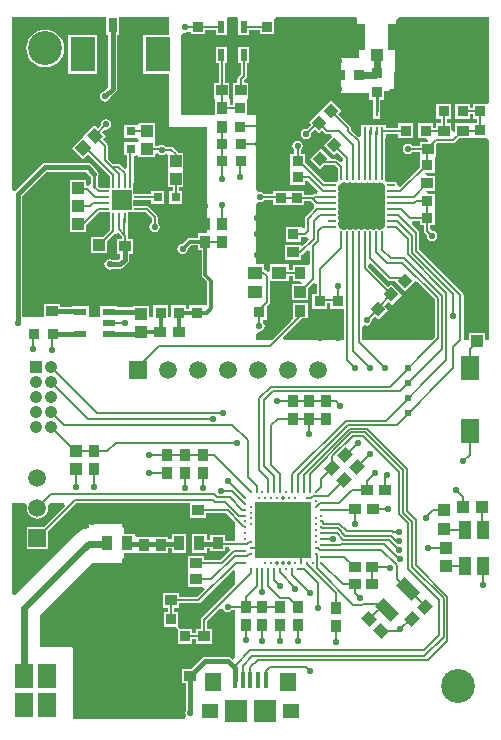
<source format=gtl>
G04 Layer_Physical_Order=1*
G04 Layer_Color=255*
%FSLAX25Y25*%
%MOIN*%
G70*
G01*
G75*
%ADD10R,0.06614X0.06614*%
%ADD11R,0.03347X0.00787*%
%ADD12R,0.00787X0.03347*%
%ADD13R,0.03543X0.03740*%
%ADD14R,0.03937X0.03740*%
%ADD15R,0.03937X0.04134*%
%ADD16R,0.04331X0.02362*%
%ADD17R,0.04134X0.03543*%
%ADD18R,0.03740X0.03543*%
%ADD19C,0.01083*%
%ADD20R,0.19095X0.19095*%
G04:AMPARAMS|DCode=21|XSize=35.43mil|YSize=41.34mil|CornerRadius=0mil|HoleSize=0mil|Usage=FLASHONLY|Rotation=45.000|XOffset=0mil|YOffset=0mil|HoleType=Round|Shape=Rectangle|*
%AMROTATEDRECTD21*
4,1,4,0.00209,-0.02714,-0.02714,0.00209,-0.00209,0.02714,0.02714,-0.00209,0.00209,-0.02714,0.0*
%
%ADD21ROTATEDRECTD21*%

%ADD22R,0.03583X0.03780*%
%ADD23R,0.06063X0.08031*%
%ADD24R,0.03150X0.03150*%
G04:AMPARAMS|DCode=25|XSize=35.43mil|YSize=37.4mil|CornerRadius=0mil|HoleSize=0mil|Usage=FLASHONLY|Rotation=225.000|XOffset=0mil|YOffset=0mil|HoleType=Round|Shape=Rectangle|*
%AMROTATEDRECTD25*
4,1,4,-0.00070,0.02575,0.02575,-0.00070,0.00070,-0.02575,-0.02575,0.00070,-0.00070,0.02575,0.0*
%
%ADD25ROTATEDRECTD25*%

%ADD26R,0.04134X0.03937*%
G04:AMPARAMS|DCode=27|XSize=39.37mil|YSize=41.34mil|CornerRadius=0mil|HoleSize=0mil|Usage=FLASHONLY|Rotation=225.000|XOffset=0mil|YOffset=0mil|HoleType=Round|Shape=Rectangle|*
%AMROTATEDRECTD27*
4,1,4,-0.00070,0.02854,0.02854,-0.00070,0.00070,-0.02854,-0.02854,0.00070,-0.00070,0.02854,0.0*
%
%ADD27ROTATEDRECTD27*%

%ADD28R,0.03150X0.05118*%
%ADD29R,0.08268X0.11811*%
%ADD30R,0.05118X0.04331*%
%ADD31R,0.03661X0.04921*%
%ADD32R,0.03543X0.04134*%
G04:AMPARAMS|DCode=33|XSize=35.43mil|YSize=41.34mil|CornerRadius=0mil|HoleSize=0mil|Usage=FLASHONLY|Rotation=135.000|XOffset=0mil|YOffset=0mil|HoleType=Round|Shape=Rectangle|*
%AMROTATEDRECTD33*
4,1,4,0.02714,0.00209,-0.00209,-0.02714,-0.02714,-0.00209,0.00209,0.02714,0.02714,0.00209,0.0*
%
%ADD33ROTATEDRECTD33*%

G04:AMPARAMS|DCode=34|XSize=39.37mil|YSize=70.87mil|CornerRadius=0mil|HoleSize=0mil|Usage=FLASHONLY|Rotation=45.000|XOffset=0mil|YOffset=0mil|HoleType=Round|Shape=Rectangle|*
%AMROTATEDRECTD34*
4,1,4,0.01114,-0.03897,-0.03897,0.01114,-0.01114,0.03897,0.03897,-0.01114,0.01114,-0.03897,0.0*
%
%ADD34ROTATEDRECTD34*%

%ADD35R,0.03347X0.03740*%
%ADD36R,0.03740X0.03937*%
G04:AMPARAMS|DCode=37|XSize=35.43mil|YSize=37.4mil|CornerRadius=0mil|HoleSize=0mil|Usage=FLASHONLY|Rotation=315.000|XOffset=0mil|YOffset=0mil|HoleType=Round|Shape=Rectangle|*
%AMROTATEDRECTD37*
4,1,4,-0.02575,-0.00070,0.00070,0.02575,0.02575,0.00070,-0.00070,-0.02575,-0.02575,-0.00070,0.0*
%
%ADD37ROTATEDRECTD37*%

%ADD38R,0.02362X0.04331*%
%ADD39R,0.03937X0.03937*%
%ADD40R,0.04134X0.08661*%
%ADD41O,0.00787X0.03150*%
%ADD42O,0.03150X0.00787*%
%ADD43R,0.13386X0.13583*%
%ADD44R,0.03150X0.03150*%
%ADD45R,0.07480X0.07480*%
%ADD46R,0.05709X0.05118*%
%ADD47R,0.05512X0.06299*%
%ADD48R,0.01575X0.05315*%
%ADD49R,0.00984X0.03150*%
%ADD50R,0.03150X0.01181*%
%ADD51R,0.04331X0.05905*%
%ADD52R,0.06299X0.07874*%
%ADD53R,0.03937X0.03937*%
%ADD54C,0.00800*%
%ADD55C,0.01200*%
%ADD56C,0.01600*%
%ADD57C,0.02284*%
%ADD58C,0.01640*%
%ADD59C,0.00900*%
%ADD60C,0.01000*%
%ADD61C,0.02284*%
%ADD62C,0.05905*%
%ADD63R,0.05905X0.05905*%
%ADD64R,0.05905X0.05905*%
%ADD65C,0.04200*%
%ADD66R,0.04200X0.04200*%
%ADD67C,0.01968*%
%ADD68C,0.02200*%
%ADD69C,0.02400*%
%ADD70C,0.11300*%
%ADD71C,0.01400*%
G36*
X135829Y156929D02*
X136160Y156708D01*
X136550Y156630D01*
X138163D01*
X141540Y153253D01*
X144894Y156607D01*
X145742Y156240D01*
X151480Y150502D01*
Y137922D01*
X150558Y137000D01*
X127085D01*
Y141279D01*
X128022Y141841D01*
X128085Y141838D01*
X128697Y141716D01*
X129361Y141848D01*
X129923Y142224D01*
X130299Y142786D01*
X130431Y143450D01*
X130382Y143693D01*
X131491Y144802D01*
X132540Y143753D01*
X135894Y147107D01*
X134618Y148383D01*
X136014Y149779D01*
X137040Y148753D01*
X140394Y152107D01*
X136901Y155600D01*
X135945Y154644D01*
X129223Y161366D01*
X129310Y162086D01*
X130295Y162463D01*
X135829Y156929D01*
D02*
G37*
G36*
X97678Y181830D02*
X102422D01*
Y181830D01*
X103178D01*
Y181830D01*
X107922D01*
Y183280D01*
X109947D01*
X111035Y182192D01*
X111294Y181827D01*
X111084Y180864D01*
X108329Y178108D01*
X108108Y177777D01*
X108030Y177387D01*
Y174340D01*
X107819Y174179D01*
X106819Y174522D01*
Y174522D01*
X101879D01*
Y169778D01*
X106819D01*
Y171130D01*
X108050D01*
X108440Y171208D01*
X109367Y170657D01*
X109408Y170450D01*
X107341Y168383D01*
X106768Y168620D01*
Y168620D01*
X101631D01*
Y163680D01*
X106768D01*
Y165174D01*
X106940Y165208D01*
X107271Y165429D01*
X108776Y166934D01*
X109700Y166551D01*
Y162586D01*
X109020Y161868D01*
X104080D01*
Y160418D01*
X102843D01*
Y162163D01*
X96525D01*
Y160031D01*
X95525Y159617D01*
X95023Y160119D01*
X94692Y160340D01*
X94575Y160363D01*
Y162163D01*
X92000D01*
Y182196D01*
X93000Y182927D01*
X93050Y182917D01*
X93713Y183049D01*
X94276Y183424D01*
X94413Y183630D01*
X97678D01*
Y181830D01*
D02*
G37*
G36*
X104080Y156731D02*
X106505D01*
X107040Y155731D01*
X106931Y155569D01*
X103981D01*
Y150432D01*
X109118D01*
Y154127D01*
X111030Y156038D01*
X112030Y155624D01*
Y152270D01*
X110678D01*
Y147329D01*
X115422D01*
Y149130D01*
X116678D01*
Y147329D01*
X121109D01*
Y137000D01*
X101249D01*
X100866Y137924D01*
X107074Y144132D01*
X109020D01*
Y149269D01*
X104080D01*
Y144132D01*
X104080Y144132D01*
X104080D01*
X103477Y143419D01*
X97058Y137000D01*
X92000D01*
Y139013D01*
X93000Y139767D01*
X93663Y139899D01*
X94226Y140274D01*
X94601Y140837D01*
X94733Y141500D01*
X94601Y142163D01*
X94226Y142726D01*
X94177Y142758D01*
X94258Y143758D01*
X95391D01*
Y148014D01*
X96271Y148894D01*
X96492Y149224D01*
X96570Y149615D01*
Y156633D01*
X102843D01*
Y158378D01*
X104080D01*
Y156731D01*
D02*
G37*
G36*
X85000Y59899D02*
Y55589D01*
X73876Y44465D01*
X73655Y44135D01*
X73578Y43745D01*
Y40522D01*
X71930D01*
Y39189D01*
X70414D01*
Y40640D01*
X66445D01*
X65886Y41408D01*
X65886Y41632D01*
Y46349D01*
X64633D01*
Y47778D01*
X66170D01*
Y49130D01*
X72503D01*
X72893Y49208D01*
X73224Y49429D01*
X84076Y60281D01*
X85000Y59899D01*
D02*
G37*
G36*
X69836Y77778D02*
X75170D01*
Y79130D01*
X82017D01*
X85000Y76148D01*
Y69950D01*
X81422D01*
Y71864D01*
X76678D01*
Y70425D01*
X75366D01*
Y72211D01*
X70505D01*
Y66089D01*
X75366D01*
Y67529D01*
X76678D01*
Y66530D01*
X81422D01*
Y67910D01*
X82927D01*
X83341Y66910D01*
X80101Y63670D01*
X74670D01*
Y65022D01*
X69336D01*
Y60278D01*
X69336D01*
X69336Y59522D01*
X69336D01*
Y54778D01*
X74275D01*
X74703Y53792D01*
X72080Y51170D01*
X66170D01*
Y52522D01*
X60836D01*
Y47778D01*
X62593D01*
Y46349D01*
X61340D01*
Y41408D01*
X65308D01*
X65867Y40640D01*
X65867Y40416D01*
Y35700D01*
X70414D01*
Y37150D01*
X71930D01*
Y35778D01*
X77264D01*
Y40522D01*
X75617D01*
Y43322D01*
X79739Y47444D01*
X80126Y47413D01*
X80893Y47184D01*
X81151Y46798D01*
X81713Y46423D01*
X82377Y46291D01*
X83040Y46423D01*
X83602Y46798D01*
X83740Y47004D01*
X85000D01*
Y30815D01*
X84000Y30401D01*
X83391Y31009D01*
X82928Y31319D01*
X82382Y31427D01*
X82382Y31427D01*
X74953D01*
X74953Y31427D01*
X74406Y31319D01*
X73943Y31009D01*
X73943Y31009D01*
X70306Y27372D01*
X67286D01*
Y22628D01*
X68525D01*
Y13353D01*
X68399Y13163D01*
X68267Y12500D01*
X68399Y11837D01*
X68624Y11500D01*
X68347Y10717D01*
X68181Y10500D01*
X30870D01*
Y34000D01*
X30680Y34459D01*
X30221Y34649D01*
X19686D01*
Y45352D01*
X37024Y62689D01*
X47995D01*
Y66089D01*
X51367D01*
Y66089D01*
X52178Y66030D01*
Y66030D01*
X52342Y66030D01*
X56922D01*
Y66030D01*
X57678D01*
Y66030D01*
X62422D01*
Y67576D01*
X63734D01*
Y66089D01*
X68595D01*
Y72211D01*
X63734D01*
Y70472D01*
X62422D01*
Y71364D01*
X57678D01*
Y71364D01*
X56922D01*
Y71364D01*
X52178D01*
X51367Y71819D01*
Y72211D01*
X47995D01*
Y75611D01*
X36334D01*
Y74210D01*
X36024D01*
X34682Y74034D01*
X33431Y73515D01*
X32357Y72691D01*
X30833Y71167D01*
X30831Y71166D01*
X11500Y51834D01*
X10500Y52249D01*
Y82500D01*
X14802D01*
X15482Y81500D01*
X15417Y81000D01*
X15539Y80073D01*
X15897Y79208D01*
X16466Y78466D01*
X17208Y77897D01*
X18073Y77539D01*
X19000Y77417D01*
X19927Y77539D01*
X20792Y77897D01*
X21534Y78466D01*
X22103Y79208D01*
X22461Y80073D01*
X22583Y81000D01*
X22518Y81500D01*
X23198Y82500D01*
X27751D01*
X28134Y81576D01*
X21111Y74553D01*
X15447D01*
Y67447D01*
X22553D01*
Y73111D01*
X31942Y82500D01*
X69836D01*
Y77778D01*
D02*
G37*
G36*
X133552Y189375D02*
X133908Y189304D01*
X133953Y189285D01*
X134685Y188553D01*
X134704Y188508D01*
X134775Y188152D01*
X134995Y187823D01*
Y187288D01*
X134775Y186959D01*
X134698Y186571D01*
X134775Y186184D01*
X134995Y185855D01*
Y185319D01*
X134775Y184991D01*
X134698Y184603D01*
X134775Y184215D01*
X134995Y183886D01*
Y183351D01*
X134775Y183022D01*
X134698Y182634D01*
X134775Y182246D01*
X134995Y181918D01*
Y181382D01*
X134775Y181053D01*
X134698Y180666D01*
X134775Y180278D01*
X134995Y179949D01*
Y179414D01*
X134775Y179085D01*
X134698Y178697D01*
X134775Y178310D01*
X134995Y177981D01*
Y177445D01*
X134775Y177117D01*
X134698Y176729D01*
X134775Y176341D01*
X134995Y176012D01*
Y175477D01*
X134775Y175148D01*
X134704Y174792D01*
X134685Y174747D01*
X133953Y174015D01*
X133908Y173995D01*
X133552Y173925D01*
X133223Y173705D01*
X132688D01*
X132359Y173925D01*
X131971Y174002D01*
X131583Y173925D01*
X131255Y173705D01*
X130719D01*
X130391Y173925D01*
X130003Y174002D01*
X129615Y173925D01*
X129286Y173705D01*
X128751D01*
X128422Y173925D01*
X128034Y174002D01*
X127647Y173925D01*
X127318Y173705D01*
X126782D01*
X126453Y173925D01*
X126066Y174002D01*
X125678Y173925D01*
X125349Y173705D01*
X124814D01*
X124485Y173925D01*
X124097Y174002D01*
X123709Y173925D01*
X123381Y173705D01*
X122845D01*
X122517Y173925D01*
X122129Y174002D01*
X121741Y173925D01*
X121412Y173705D01*
X120877D01*
X120548Y173925D01*
X120192Y173995D01*
X120147Y174015D01*
X119415Y174747D01*
X119395Y174792D01*
X119325Y175148D01*
X119105Y175477D01*
Y176012D01*
X119325Y176341D01*
X119402Y176729D01*
X119325Y177117D01*
X119105Y177445D01*
Y177981D01*
X119325Y178310D01*
X119402Y178697D01*
X119325Y179085D01*
X119105Y179414D01*
Y179949D01*
X119325Y180278D01*
X119402Y180666D01*
X119325Y181053D01*
X119105Y181382D01*
Y181918D01*
X119325Y182246D01*
X119402Y182634D01*
X119325Y183022D01*
X119105Y183351D01*
Y183886D01*
X119325Y184215D01*
X119402Y184603D01*
X119325Y184991D01*
X119105Y185319D01*
Y185855D01*
X119325Y186184D01*
X119402Y186571D01*
X119325Y186959D01*
X119105Y187288D01*
Y187823D01*
X119325Y188152D01*
X119395Y188508D01*
X119415Y188553D01*
X120147Y189285D01*
X120192Y189304D01*
X120548Y189375D01*
X120877Y189595D01*
X121412D01*
X121741Y189375D01*
X122129Y189298D01*
X122517Y189375D01*
X122845Y189595D01*
X123381D01*
X123709Y189375D01*
X124097Y189298D01*
X124485Y189375D01*
X124814Y189595D01*
X125349D01*
X125678Y189375D01*
X126066Y189298D01*
X126453Y189375D01*
X126782Y189595D01*
X127318D01*
X127647Y189375D01*
X128034Y189298D01*
X128422Y189375D01*
X128751Y189595D01*
X129286D01*
X129615Y189375D01*
X130003Y189298D01*
X130391Y189375D01*
X130719Y189595D01*
X131255D01*
X131583Y189375D01*
X131971Y189298D01*
X132359Y189375D01*
X132688Y189595D01*
X133223D01*
X133552Y189375D01*
D02*
G37*
G36*
X63000Y238655D02*
X54316D01*
Y225644D01*
X63000D01*
Y208000D01*
X75500D01*
Y172450D01*
X72593D01*
Y171007D01*
X69769D01*
X69301Y170913D01*
X68904Y170648D01*
X67360Y169105D01*
X67358Y169105D01*
X66694Y168973D01*
X66132Y168597D01*
X65756Y168035D01*
X65624Y167372D01*
X65756Y166709D01*
X66132Y166146D01*
X66694Y165770D01*
X67358Y165638D01*
X68021Y165770D01*
X68583Y166146D01*
X68959Y166709D01*
X69091Y167372D01*
X69090Y167374D01*
X70276Y168560D01*
X72593D01*
Y167116D01*
X73741D01*
Y158736D01*
X73834Y158268D01*
X74099Y157871D01*
X75500Y156470D01*
Y148802D01*
X75331Y148689D01*
X74422Y148470D01*
Y148470D01*
X69678D01*
Y147224D01*
X68422D01*
Y148470D01*
X63678D01*
Y144500D01*
X62422D01*
Y148470D01*
X57678D01*
Y144500D01*
X56119D01*
Y148368D01*
X50981D01*
Y147818D01*
X45540D01*
Y148171D01*
X40009D01*
Y144609D01*
X39054Y144500D01*
X37046D01*
X36091Y144609D01*
Y148171D01*
X30560D01*
Y147927D01*
X26620D01*
Y148872D01*
X21286D01*
Y144500D01*
X13927D01*
Y185009D01*
X21991Y193073D01*
X35109D01*
X36878Y191303D01*
Y188977D01*
X35967Y188410D01*
X35478Y188625D01*
X35268Y188849D01*
Y190218D01*
X29934D01*
Y185082D01*
X29934D01*
Y184219D01*
X29934D01*
Y179081D01*
X29934D01*
X29935Y179070D01*
X29985Y178103D01*
Y172979D01*
X35319D01*
Y175375D01*
X39520Y179575D01*
X41282D01*
X41412Y179601D01*
X43104D01*
Y177910D01*
X43078Y177780D01*
Y173568D01*
X40728Y171219D01*
X36934D01*
Y166082D01*
X42268D01*
Y169875D01*
X44818Y172425D01*
X45815Y172626D01*
X46026Y172590D01*
X47078Y171539D01*
Y170522D01*
X45430D01*
Y165778D01*
X46670D01*
Y164288D01*
X45959Y163577D01*
X43974D01*
X43713Y163751D01*
X43050Y163883D01*
X42387Y163751D01*
X41824Y163376D01*
X41449Y162813D01*
X41317Y162150D01*
X41449Y161487D01*
X41824Y160924D01*
X42387Y160549D01*
X43050Y160417D01*
X43713Y160549D01*
X43974Y160723D01*
X46550D01*
X46550Y160723D01*
X47096Y160831D01*
X47559Y161141D01*
X49107Y162688D01*
X49107Y162688D01*
X49416Y163151D01*
X49525Y163697D01*
X49525Y163697D01*
Y165778D01*
X50764D01*
Y170522D01*
X49117D01*
Y171961D01*
X49039Y172351D01*
X49030Y172365D01*
X49030Y177756D01*
X49028Y177768D01*
Y179641D01*
X50545D01*
Y179601D01*
X52688D01*
X52818Y179575D01*
X54983D01*
X57030Y177528D01*
Y176013D01*
X56824Y175876D01*
X56449Y175313D01*
X56317Y174650D01*
X56449Y173987D01*
X56824Y173424D01*
X57387Y173049D01*
X58050Y172917D01*
X58713Y173049D01*
X59276Y173424D01*
X59651Y173987D01*
X59783Y174650D01*
X59651Y175313D01*
X59276Y175876D01*
X59070Y176013D01*
Y177950D01*
X58992Y178340D01*
X58771Y178671D01*
X56126Y181316D01*
X55795Y181537D01*
X55405Y181614D01*
X52818D01*
X52688Y181589D01*
X50957D01*
Y183538D01*
X52688D01*
X52818Y183512D01*
X56970Y183512D01*
Y182373D01*
X61319D01*
Y186722D01*
X56970D01*
Y185552D01*
X52818Y185552D01*
X52688Y185526D01*
X50957D01*
Y187042D01*
X50996D01*
Y189185D01*
X51022Y189315D01*
Y198369D01*
X52022Y198467D01*
X52225Y198467D01*
X52982Y197880D01*
Y197829D01*
X58118D01*
Y198843D01*
X59118Y199146D01*
X59151Y199098D01*
X59714Y198722D01*
X60377Y198590D01*
X61040Y198722D01*
X61481Y199017D01*
X62000Y198879D01*
X62481Y198613D01*
Y194266D01*
X62481Y194034D01*
Y193266D01*
X62481Y193034D01*
Y187932D01*
X64030D01*
Y186722D01*
X62875D01*
Y182373D01*
X67225D01*
Y186722D01*
X66070D01*
Y187932D01*
X67619D01*
Y193034D01*
X67619Y193266D01*
Y194034D01*
X67619Y194266D01*
Y199368D01*
X65973D01*
X65771Y199671D01*
X64398Y201044D01*
X64067Y201265D01*
X63677Y201343D01*
X61740D01*
X61602Y201549D01*
X61040Y201925D01*
X60377Y202057D01*
X59714Y201925D01*
X59151Y201549D01*
X59129Y201516D01*
X58118D01*
Y202932D01*
X58118Y203163D01*
Y203932D01*
X58118Y204163D01*
Y209266D01*
X52982D01*
Y209266D01*
X52225Y208722D01*
X47875D01*
Y204373D01*
X51825D01*
X52695Y203568D01*
X52678Y203041D01*
X52125Y202817D01*
X51982Y202817D01*
X47875D01*
Y198467D01*
X48983D01*
Y194439D01*
X47983Y194025D01*
X46740Y195269D01*
X46409Y195490D01*
X46018Y195567D01*
X44235D01*
X42570Y197233D01*
Y201650D01*
X42492Y202040D01*
X42271Y202371D01*
X40745Y203897D01*
X41701Y204853D01*
X40525Y206029D01*
X41634Y207138D01*
X41877Y207090D01*
X42540Y207222D01*
X43102Y207598D01*
X43478Y208160D01*
X43610Y208823D01*
X43478Y209487D01*
X43102Y210049D01*
X42540Y210425D01*
X41877Y210557D01*
X41214Y210425D01*
X40651Y210049D01*
X40275Y209487D01*
X40143Y208823D01*
X40192Y208580D01*
X39083Y207471D01*
X37929Y208625D01*
X34575Y205271D01*
Y205271D01*
X34138Y204695D01*
X30505Y201062D01*
X34277Y197291D01*
X35821Y198835D01*
X43078Y191578D01*
Y189315D01*
X43104Y189185D01*
Y187494D01*
X41412D01*
X41282Y187520D01*
X39922D01*
X39122Y188320D01*
Y191359D01*
X39319Y191654D01*
X39427Y192200D01*
X39319Y192746D01*
X39009Y193209D01*
X36709Y195509D01*
X36246Y195819D01*
X35700Y195927D01*
X35700Y195927D01*
X21400D01*
X21400Y195927D01*
X20854Y195819D01*
X20391Y195509D01*
X20391Y195509D01*
X11500Y186619D01*
X11460Y186619D01*
X10500Y186927D01*
Y244500D01*
X41915D01*
Y238637D01*
X42662D01*
Y221281D01*
X41194Y219812D01*
X40887Y219751D01*
X40324Y219376D01*
X39949Y218813D01*
X39817Y218150D01*
X39949Y217487D01*
X40324Y216924D01*
X40887Y216549D01*
X41550Y216417D01*
X42213Y216549D01*
X42776Y216924D01*
X43151Y217487D01*
X43212Y217794D01*
X45099Y219680D01*
X45099Y219680D01*
X45408Y220143D01*
X45517Y220689D01*
X45517Y220689D01*
Y238637D01*
X46264D01*
Y244500D01*
X63000D01*
Y238655D01*
D02*
G37*
G36*
X169500Y216381D02*
X168922Y215620D01*
X164178D01*
Y214170D01*
X163170D01*
Y215522D01*
X158229D01*
Y210778D01*
X163170D01*
Y212130D01*
X164178D01*
Y210680D01*
X165530D01*
Y209270D01*
X164206D01*
X164178Y209270D01*
X164178Y209270D01*
X163268Y209120D01*
Y209120D01*
X158131D01*
Y206376D01*
X157969Y206268D01*
X156969Y206803D01*
Y209120D01*
X155420D01*
Y210778D01*
X156870D01*
Y215522D01*
X151930D01*
Y210778D01*
X153381D01*
Y209120D01*
X151832D01*
Y207670D01*
X150768D01*
Y209140D01*
X145985D01*
Y204160D01*
X148502D01*
X149036Y203160D01*
X148944Y203022D01*
X146430D01*
Y201670D01*
X143913D01*
X143776Y201876D01*
X143213Y202251D01*
X142550Y202383D01*
X141887Y202251D01*
X141324Y201876D01*
X140949Y201313D01*
X140817Y200650D01*
X140949Y199987D01*
X141324Y199424D01*
X141887Y199049D01*
X142550Y198917D01*
X143213Y199049D01*
X143776Y199424D01*
X143913Y199630D01*
X146430D01*
Y198278D01*
X146430D01*
X146430Y197522D01*
X146430D01*
Y194472D01*
X140009Y188051D01*
X139087Y188540D01*
X139010Y188927D01*
X138790Y189256D01*
X138461Y189476D01*
X138074Y189553D01*
X135744D01*
X135708Y189568D01*
X135684Y189580D01*
X134980Y190284D01*
X134968Y190308D01*
X134953Y190344D01*
Y191460D01*
X134959Y191492D01*
Y204326D01*
X135095D01*
Y205481D01*
X139332D01*
Y204160D01*
X144115D01*
Y209140D01*
X139332D01*
Y207520D01*
X135095D01*
Y208675D01*
X127005D01*
Y205051D01*
X126005Y204637D01*
X123570Y207072D01*
Y207650D01*
X123492Y208040D01*
X123271Y208371D01*
X119245Y212397D01*
X120201Y213353D01*
X116708Y216846D01*
X113415Y213554D01*
X113354Y213492D01*
X112707Y212846D01*
X112707Y212846D01*
X109353Y209492D01*
X110152Y208694D01*
X108793Y207335D01*
X108550Y207383D01*
X107887Y207251D01*
X107324Y206876D01*
X106949Y206313D01*
X106817Y205650D01*
X106949Y204987D01*
X107324Y204424D01*
X107887Y204049D01*
X108550Y203917D01*
X109213Y204049D01*
X109776Y204424D01*
X110151Y204987D01*
X110283Y205650D01*
X110235Y205893D01*
X111594Y207252D01*
X112847Y205999D01*
X113803Y206955D01*
X114829Y205929D01*
X115160Y205708D01*
X115550Y205630D01*
X116762D01*
X117176Y204630D01*
X114354Y201807D01*
X117708Y198453D01*
X118756Y199502D01*
X120887Y197371D01*
X120807Y196749D01*
X119773Y196369D01*
X119271Y196871D01*
X118940Y197092D01*
X118550Y197170D01*
X116880D01*
X116746Y197493D01*
Y197493D01*
X113392Y200847D01*
X109899Y197353D01*
X113253Y193999D01*
X114419Y195166D01*
X114596Y195130D01*
X118128D01*
X119141Y194117D01*
Y191492D01*
X119147Y191460D01*
Y190344D01*
X119132Y190308D01*
X119120Y190284D01*
X118416Y189580D01*
X118392Y189568D01*
X118356Y189553D01*
X117240D01*
X117208Y189559D01*
X114767D01*
X108170Y196156D01*
Y199022D01*
X106719D01*
Y200287D01*
X106925Y200424D01*
X107301Y200987D01*
X107433Y201650D01*
X107301Y202313D01*
X106925Y202876D01*
X106363Y203251D01*
X105700Y203383D01*
X105036Y203251D01*
X104474Y202876D01*
X104098Y202313D01*
X103966Y201650D01*
X104098Y200987D01*
X104474Y200424D01*
X104680Y200287D01*
Y199022D01*
X103229D01*
Y194522D01*
X103229Y194278D01*
X103229D01*
Y193522D01*
X103229D01*
Y188778D01*
X108170D01*
Y189839D01*
X109170Y190010D01*
X112557Y186622D01*
X112143Y185622D01*
X111353D01*
X110963Y185545D01*
X110632Y185324D01*
X110628Y185319D01*
X107922D01*
Y186770D01*
X103178D01*
Y186770D01*
X102422D01*
Y186770D01*
X97678D01*
Y185670D01*
X94413D01*
X94276Y185876D01*
X93713Y186251D01*
X93050Y186383D01*
X93000Y186373D01*
X92000Y187104D01*
Y212000D01*
X88922D01*
Y216680D01*
X88922Y216770D01*
X89138Y217680D01*
X89268D01*
Y222620D01*
X88305D01*
X87962Y223620D01*
X88511Y224169D01*
X88732Y224500D01*
X88810Y224890D01*
Y229160D01*
X89571D01*
Y234691D01*
X86009D01*
Y229160D01*
X86771D01*
Y225312D01*
X85979Y224521D01*
X85758Y224190D01*
X85680Y223800D01*
Y222620D01*
X84131D01*
Y217750D01*
X84131Y217680D01*
X84178Y216700D01*
Y215319D01*
X83020D01*
Y216701D01*
X83020Y216868D01*
X83020D01*
X82969Y217680D01*
X82969D01*
Y222620D01*
X81420D01*
Y229160D01*
X82091D01*
Y234691D01*
X78529D01*
Y229160D01*
X79381D01*
Y222620D01*
X77832D01*
Y217765D01*
X77832Y217680D01*
X77832D01*
X78080Y216868D01*
X78080Y216868D01*
Y212000D01*
X67000D01*
Y238696D01*
X68000Y239427D01*
X68050Y239417D01*
X68713Y239549D01*
X69178Y239859D01*
X69631Y239748D01*
X70178Y239475D01*
Y238829D01*
X74922D01*
Y240355D01*
X78529Y240355D01*
Y238609D01*
X82091D01*
Y244140D01*
X82942Y244500D01*
X85158D01*
X86009Y244140D01*
X86009Y243500D01*
Y238609D01*
X89571D01*
Y240355D01*
X93178D01*
Y238829D01*
X97922D01*
Y243500D01*
X97922Y243770D01*
X98573Y244500D01*
X125337D01*
X125398Y244409D01*
X125398Y234991D01*
X125398Y234909D01*
X125398Y234909D01*
X125588Y234450D01*
X126047Y234260D01*
X126047Y234260D01*
X126085Y234221D01*
Y230922D01*
X120329D01*
Y219378D01*
X129678D01*
Y217030D01*
X130964D01*
Y214974D01*
X130942D01*
Y210625D01*
X133126D01*
Y214974D01*
X133105D01*
Y217030D01*
X134422D01*
Y219930D01*
X137822D01*
Y226126D01*
X138022D01*
Y234280D01*
X138432Y234450D01*
X138622Y234909D01*
X138622Y243500D01*
X139584Y244500D01*
X169500D01*
Y216381D01*
D02*
G37*
G36*
X168922Y204329D02*
X169500Y203569D01*
Y137000D01*
X168119D01*
Y139266D01*
X162981D01*
Y137000D01*
X161020D01*
Y151960D01*
X160942Y152350D01*
X160721Y152681D01*
X146320Y167082D01*
Y172577D01*
X146242Y172967D01*
X146021Y173298D01*
X143689Y175630D01*
X144103Y176630D01*
X146430D01*
Y175278D01*
X147881D01*
Y173300D01*
X147958Y172909D01*
X148179Y172579D01*
X148865Y171893D01*
X148817Y171650D01*
X148949Y170987D01*
X149324Y170424D01*
X149887Y170049D01*
X150550Y169917D01*
X151213Y170049D01*
X151776Y170424D01*
X152151Y170987D01*
X152283Y171650D01*
X152151Y172313D01*
X151776Y172876D01*
X151213Y173251D01*
X150550Y173383D01*
X149920Y174188D01*
Y175278D01*
X151371D01*
Y180022D01*
X151371D01*
Y180778D01*
X151371D01*
Y185522D01*
X149052D01*
X148517Y186522D01*
X148623Y186680D01*
X151469D01*
Y191620D01*
X148800D01*
X148266Y192620D01*
X148371Y192778D01*
X151371D01*
Y197522D01*
X151764Y198278D01*
X151764D01*
Y202072D01*
X152173Y202480D01*
X157550D01*
X157940Y202558D01*
X158271Y202779D01*
X159671Y204180D01*
X163240D01*
X163268Y204180D01*
X163268Y204180D01*
X164178Y204329D01*
Y204329D01*
X168922D01*
D02*
G37*
%LPC*%
G36*
X21550Y240430D02*
X20325Y240310D01*
X19147Y239952D01*
X18061Y239372D01*
X17109Y238591D01*
X16328Y237639D01*
X15748Y236553D01*
X15390Y235375D01*
X15270Y234150D01*
X15390Y232925D01*
X15748Y231747D01*
X16328Y230661D01*
X17109Y229709D01*
X18061Y228928D01*
X19147Y228348D01*
X20325Y227990D01*
X21550Y227870D01*
X22775Y227990D01*
X23953Y228348D01*
X25039Y228928D01*
X25991Y229709D01*
X26772Y230661D01*
X27352Y231747D01*
X27710Y232925D01*
X27830Y234150D01*
X27710Y235375D01*
X27352Y236553D01*
X26772Y237639D01*
X25991Y238591D01*
X25039Y239372D01*
X23953Y239952D01*
X22775Y240310D01*
X21550Y240430D01*
D02*
G37*
G36*
X38784Y238655D02*
X29316D01*
Y225644D01*
X38784D01*
Y238655D01*
D02*
G37*
%LPD*%
D10*
X47050Y183548D02*
D03*
D11*
X41282Y180595D02*
D03*
Y182563D02*
D03*
Y184532D02*
D03*
Y186500D02*
D03*
X52818D02*
D03*
Y184532D02*
D03*
Y182563D02*
D03*
Y180595D02*
D03*
D12*
X44097Y189315D02*
D03*
X46066D02*
D03*
X48034D02*
D03*
X50003D02*
D03*
Y177780D02*
D03*
X48034D02*
D03*
X46066D02*
D03*
X44097D02*
D03*
D13*
X95550Y235000D02*
D03*
Y241300D02*
D03*
X72050Y146000D02*
D03*
Y152300D02*
D03*
X66050Y146000D02*
D03*
Y152300D02*
D03*
X60050Y146000D02*
D03*
Y152300D02*
D03*
X132050Y225800D02*
D03*
Y219500D02*
D03*
X86550Y214300D02*
D03*
Y208000D02*
D03*
X166550Y213150D02*
D03*
X166550Y219449D02*
D03*
X166550Y206800D02*
D03*
Y200500D02*
D03*
X105550Y178000D02*
D03*
Y184300D02*
D03*
X100050Y178000D02*
D03*
Y184300D02*
D03*
X119050Y149800D02*
D03*
Y143500D02*
D03*
X113050Y149800D02*
D03*
Y143500D02*
D03*
X72550Y241300D02*
D03*
Y235000D02*
D03*
D14*
X59900Y139650D02*
D03*
X66200D02*
D03*
X80400Y220150D02*
D03*
X86700D02*
D03*
X154400Y206650D02*
D03*
X160700D02*
D03*
X148900Y189150D02*
D03*
X155200D02*
D03*
X104200Y166150D02*
D03*
X97900D02*
D03*
D15*
X53550Y145701D02*
D03*
Y139599D02*
D03*
X55550Y206599D02*
D03*
Y200497D02*
D03*
X65050Y190599D02*
D03*
Y196701D02*
D03*
X165550Y142701D02*
D03*
Y136599D02*
D03*
X154550Y74099D02*
D03*
Y80201D02*
D03*
X155050Y67701D02*
D03*
Y61599D02*
D03*
X32000Y100051D02*
D03*
Y93949D02*
D03*
D16*
X33326Y138910D02*
D03*
Y146390D02*
D03*
X42774D02*
D03*
Y142650D02*
D03*
Y138910D02*
D03*
D17*
X18047Y146500D02*
D03*
X23953D02*
D03*
X48097Y168150D02*
D03*
X54003D02*
D03*
X66097Y62650D02*
D03*
X72003D02*
D03*
X124717Y55574D02*
D03*
X130622D02*
D03*
X80503Y38150D02*
D03*
X74597D02*
D03*
X57597Y50150D02*
D03*
X63503D02*
D03*
X66097Y57150D02*
D03*
X72003D02*
D03*
X72503Y80150D02*
D03*
X66597D02*
D03*
X69953Y25000D02*
D03*
X64047D02*
D03*
X128924Y87024D02*
D03*
X134829D02*
D03*
X124924Y80524D02*
D03*
X130830D02*
D03*
X124717Y61231D02*
D03*
X130622D02*
D03*
X149097Y200650D02*
D03*
X155003D02*
D03*
D18*
X24150Y139000D02*
D03*
X17850D02*
D03*
X80400Y202150D02*
D03*
X86700Y202150D02*
D03*
X80400Y196650D02*
D03*
X86700Y196650D02*
D03*
X105700D02*
D03*
X99400D02*
D03*
X126200Y225150D02*
D03*
X119900D02*
D03*
X154400Y213150D02*
D03*
X160700D02*
D03*
X155200Y195150D02*
D03*
X148900D02*
D03*
X155200Y177650D02*
D03*
X148900D02*
D03*
X155200Y183150D02*
D03*
X148900D02*
D03*
X98050Y172150D02*
D03*
X104349D02*
D03*
X105700Y191150D02*
D03*
X99400D02*
D03*
X92921Y146130D02*
D03*
X99220D02*
D03*
D19*
X107766Y86319D02*
D03*
X109735D02*
D03*
X92019Y60729D02*
D03*
X105798D02*
D03*
X103830D02*
D03*
X101861D02*
D03*
X99892D02*
D03*
X97924D02*
D03*
X95955D02*
D03*
X93987D02*
D03*
X90050D02*
D03*
X113672Y62697D02*
D03*
X110719D02*
D03*
X108751D02*
D03*
X106782D02*
D03*
X104814D02*
D03*
X102845D02*
D03*
X100877D02*
D03*
X98908D02*
D03*
X96940D02*
D03*
X94971D02*
D03*
X88082D02*
D03*
X90050Y65650D02*
D03*
X113672Y64666D02*
D03*
X111704Y65650D02*
D03*
X88082Y66634D02*
D03*
X111704Y67619D02*
D03*
X90050D02*
D03*
X113672Y68603D02*
D03*
X111704Y69587D02*
D03*
X90050D02*
D03*
X113672Y70571D02*
D03*
X88082D02*
D03*
X111704Y71556D02*
D03*
X113672Y72540D02*
D03*
X88082D02*
D03*
X111704Y73524D02*
D03*
X113672Y74508D02*
D03*
X88082D02*
D03*
X111704Y75493D02*
D03*
X90050D02*
D03*
X113672Y76477D02*
D03*
X88082D02*
D03*
X111704Y77461D02*
D03*
X90050D02*
D03*
X113672Y78445D02*
D03*
X88082D02*
D03*
X90050Y79430D02*
D03*
X113672Y80414D02*
D03*
X88082D02*
D03*
X111704Y81398D02*
D03*
X90050D02*
D03*
X88082Y82382D02*
D03*
X111704Y83367D02*
D03*
X108751Y84351D02*
D03*
X104814D02*
D03*
X102845D02*
D03*
X100877D02*
D03*
X98908D02*
D03*
X96940D02*
D03*
X94971D02*
D03*
X93003D02*
D03*
X88082D02*
D03*
X111704Y86319D02*
D03*
X105798D02*
D03*
X103830D02*
D03*
X101861D02*
D03*
X99892D02*
D03*
X97924D02*
D03*
X95955D02*
D03*
X93987D02*
D03*
X92019D02*
D03*
X90050D02*
D03*
D20*
X100877Y73524D02*
D03*
D21*
X38138Y205062D02*
D03*
X33962Y209238D02*
D03*
X129412Y44088D02*
D03*
X133588Y39912D02*
D03*
D22*
X141723Y206650D02*
D03*
X148377D02*
D03*
D23*
X22098Y15394D02*
D03*
X14500D02*
D03*
X22098Y25000D02*
D03*
X14500Y25000D02*
D03*
D24*
X59145Y184548D02*
D03*
X65050D02*
D03*
D25*
X136970Y152177D02*
D03*
X141425Y147722D02*
D03*
X112777Y209423D02*
D03*
X108323Y213877D02*
D03*
X112323Y217877D02*
D03*
X116777Y213423D02*
D03*
X141470Y156677D02*
D03*
X145924Y152223D02*
D03*
X132470Y147177D02*
D03*
X136925Y142722D02*
D03*
D26*
X33499Y168650D02*
D03*
X39601D02*
D03*
X26499Y187650D02*
D03*
X32601D02*
D03*
X26499Y181650D02*
D03*
X32601D02*
D03*
X26550Y175548D02*
D03*
X32652D02*
D03*
X167101Y81150D02*
D03*
X160999D02*
D03*
D27*
X34207Y200992D02*
D03*
X29893Y205308D02*
D03*
D28*
X49011Y241796D02*
D03*
X44089Y241796D02*
D03*
D29*
X34050Y232150D02*
D03*
X59050Y232150D02*
D03*
D30*
X91416Y159398D02*
D03*
X99684D02*
D03*
Y152902D02*
D03*
X91416D02*
D03*
D31*
X42164Y69150D02*
D03*
X48936D02*
D03*
X72936D02*
D03*
X66164D02*
D03*
D32*
X54550Y68697D02*
D03*
Y74603D02*
D03*
X60050Y68697D02*
D03*
Y74603D02*
D03*
X104050Y110697D02*
D03*
Y116603D02*
D03*
X109550Y110697D02*
D03*
Y116603D02*
D03*
X115050Y110697D02*
D03*
Y116603D02*
D03*
X88377Y47977D02*
D03*
Y42071D02*
D03*
X93877Y47977D02*
D03*
Y42071D02*
D03*
X99877Y47977D02*
D03*
Y42071D02*
D03*
X105877Y47977D02*
D03*
Y42071D02*
D03*
X118377Y47627D02*
D03*
Y41721D02*
D03*
X79050Y69197D02*
D03*
Y75103D02*
D03*
X62050Y98603D02*
D03*
Y92697D02*
D03*
X68050Y98603D02*
D03*
Y92697D02*
D03*
X74050Y98603D02*
D03*
X74050Y92697D02*
D03*
X74964Y169783D02*
D03*
X74964Y175689D02*
D03*
X80439Y169722D02*
D03*
Y175628D02*
D03*
X37950Y99803D02*
D03*
Y93897D02*
D03*
D33*
X148088Y48088D02*
D03*
X143912Y43912D02*
D03*
X121289Y90436D02*
D03*
X125465Y94612D02*
D03*
X117289Y94436D02*
D03*
X121465Y98612D02*
D03*
D34*
X135397Y47044D02*
D03*
X142357Y54004D02*
D03*
D35*
X68141Y43878D02*
D03*
X63613D02*
D03*
Y38170D02*
D03*
X68141Y38170D02*
D03*
D36*
X80550Y214300D02*
D03*
X80550Y208000D02*
D03*
X106550Y146701D02*
D03*
X106550Y159299D02*
D03*
D37*
X113323Y197423D02*
D03*
X117777Y201877D02*
D03*
D38*
X80310Y241374D02*
D03*
X87790D02*
D03*
Y231926D02*
D03*
X84050D02*
D03*
X80310Y231926D02*
D03*
D39*
X132054Y232095D02*
D03*
D40*
X126247Y238000D02*
D03*
X137861D02*
D03*
D41*
X120160Y171808D02*
D03*
X122129D02*
D03*
X124097D02*
D03*
X126066D02*
D03*
X128034D02*
D03*
X130003D02*
D03*
X131971D02*
D03*
X133940D02*
D03*
Y191492D02*
D03*
X131971D02*
D03*
X130003D02*
D03*
X128034D02*
D03*
X126066D02*
D03*
X124097D02*
D03*
X122129D02*
D03*
X120160D02*
D03*
D42*
X136892Y174760D02*
D03*
Y176729D02*
D03*
Y178697D02*
D03*
Y180666D02*
D03*
Y182634D02*
D03*
Y184603D02*
D03*
Y186571D02*
D03*
Y188540D02*
D03*
X117208D02*
D03*
Y186571D02*
D03*
Y184603D02*
D03*
Y182634D02*
D03*
Y180666D02*
D03*
Y178697D02*
D03*
Y176729D02*
D03*
Y174760D02*
D03*
D43*
X127050Y181650D02*
D03*
D44*
X50050Y200642D02*
D03*
X50050Y206548D02*
D03*
D45*
X94724Y13234D02*
D03*
X85276D02*
D03*
D46*
X103484D02*
D03*
X76516D02*
D03*
D47*
X77402Y22880D02*
D03*
X102598D02*
D03*
D48*
X84882Y23766D02*
D03*
X87441D02*
D03*
X90000D02*
D03*
X92559D02*
D03*
X95118D02*
D03*
D49*
X128097Y206500D02*
D03*
X130066D02*
D03*
X132034D02*
D03*
X134003D02*
D03*
X128097Y212800D02*
D03*
X130066D02*
D03*
X132034D02*
D03*
X134003D02*
D03*
D50*
X126129Y209650D02*
D03*
X135971D02*
D03*
D51*
X161597Y61744D02*
D03*
X167503D02*
D03*
Y73555D02*
D03*
X161597Y73555D02*
D03*
D52*
X163050Y106520D02*
D03*
Y127780D02*
D03*
D53*
X106550Y153000D02*
D03*
D54*
X59145Y184532D02*
X59550D01*
X52818Y184532D02*
X59145Y184532D01*
X74964Y169783D02*
X81210D01*
X133588Y39912D02*
X139412D01*
X132368Y47044D02*
X135397D01*
X129412Y44088D02*
X132368Y47044D01*
X52500Y127000D02*
Y128000D01*
X109550Y116603D02*
X114500D01*
X114603Y116500D01*
X118500D02*
X120000Y115000D01*
X104050Y116603D02*
X109550D01*
X103947Y116500D02*
X104050Y116603D01*
X99000Y116500D02*
X103947D01*
X33216Y146500D02*
X33326Y146390D01*
X18000Y146547D02*
X18047Y146500D01*
X18000Y146547D02*
Y151500D01*
X24000Y138850D02*
X24150Y139000D01*
X24000Y133500D02*
Y138850D01*
X17500Y138650D02*
X17850Y139000D01*
X17500Y134000D02*
Y138650D01*
X139723Y63778D02*
Y64000D01*
Y63778D02*
X139723Y63778D01*
X139500Y64000D02*
X139723D01*
X139500Y64000D02*
X139500Y64000D01*
X138700Y61911D02*
Y61911D01*
Y61911D02*
X139000Y61611D01*
X134523Y68977D02*
X139500Y64000D01*
X139000Y57361D02*
Y61611D01*
X139500Y67000D02*
X139611D01*
X136123Y70377D02*
X139500Y67000D01*
X139000Y57361D02*
X142357Y54004D01*
X142500Y60757D02*
Y75857D01*
X149201Y67701D02*
X155050D01*
X148500Y77500D02*
Y78000D01*
X150701Y80201D01*
X154550D01*
X137460Y73000D02*
X139500D01*
X138480Y70000D02*
X139611D01*
X136703Y71777D02*
X138480Y70000D01*
X130901Y80500D02*
X136000D01*
X160999Y81150D02*
Y84501D01*
X158500Y87000D02*
X160999Y84501D01*
X137283Y73177D02*
X137460Y73000D01*
X161000Y96450D02*
X163050Y98500D01*
X139500Y78857D02*
X142500Y75857D01*
X124259Y48741D02*
X127288D01*
X112161Y60839D02*
X124259Y48741D01*
X127288D02*
X127547Y49000D01*
X112161Y60839D02*
Y65193D01*
X127547Y49000D02*
X133441D01*
X135397Y47044D01*
X139500Y78857D02*
Y93000D01*
X113377Y90524D02*
X117289Y94436D01*
Y94436D02*
Y94436D01*
X99097Y110697D02*
X104050D01*
X130877Y80524D02*
X130901Y80500D01*
X130622Y55574D02*
Y61231D01*
X136269D02*
X136500Y61000D01*
X130622Y61231D02*
X136269D01*
X143412Y43912D02*
X143912D01*
X148088Y48088D02*
Y48273D01*
X142357Y54004D02*
X148088Y48273D01*
X134829Y87024D02*
Y91329D01*
X33235Y139000D02*
X33326Y138910D01*
X163050Y98500D02*
Y106520D01*
X166550Y196650D02*
X168550Y194650D01*
X166550Y196650D02*
Y199500D01*
X37950Y87850D02*
Y93897D01*
X31950Y99901D02*
X32048Y99803D01*
X37950D01*
X154550Y80201D02*
X155050D01*
X54003Y168150D02*
X54050Y168103D01*
Y163150D02*
Y168103D01*
X48011Y172048D02*
X48097Y171961D01*
X46066Y173993D02*
X48011Y172048D01*
X48097Y169048D02*
Y171961D01*
X39601Y168650D02*
X44097Y173146D01*
X33499Y168650D02*
X33550Y168599D01*
Y163650D02*
Y168599D01*
X72050Y157650D02*
X72050Y157650D01*
X72050Y152300D02*
Y157650D01*
X66050Y152300D02*
Y157650D01*
X60050Y152300D02*
Y157650D01*
X42774Y142650D02*
X48050D01*
X59900Y139650D02*
X60050Y139800D01*
X59849Y139599D02*
X59900Y139650D01*
X66050Y139800D02*
X66200Y139650D01*
X52861Y146390D02*
X53550Y145701D01*
X52861Y138910D02*
X53550Y139599D01*
X60377Y74977D02*
Y79650D01*
X79050Y68977D02*
X79097Y68930D01*
X88761D01*
X31950Y87850D02*
Y93799D01*
X89050Y91189D02*
X92019Y88221D01*
X96877Y95393D02*
X99892Y92377D01*
X109550Y105650D02*
Y110697D01*
X104050D02*
X109550D01*
X115050D01*
X120424Y68977D02*
X134523D01*
X49011Y234189D02*
X49050Y234150D01*
X80404Y176042D02*
Y181832D01*
X86550Y214300D02*
X87050D01*
X80400Y196650D02*
Y202150D01*
X119050Y137650D02*
Y143500D01*
X99830Y48024D02*
X99877Y47977D01*
X96377Y48024D02*
X99830D01*
X93877Y42071D02*
Y43071D01*
Y47977D02*
X96329D01*
X88377D02*
X93877D01*
X88377Y42071D02*
Y43571D01*
Y51382D02*
X92019Y55024D01*
X88377Y47977D02*
Y51382D01*
X88329Y48024D02*
X88377Y47977D01*
X82377Y48024D02*
X88329D01*
X154196Y73555D02*
X154290Y73650D01*
X166400Y206650D02*
X166550Y206800D01*
X160700Y206650D02*
X166400D01*
X126097Y238150D02*
X126247Y238000D01*
X86550Y196000D02*
X86700Y196150D01*
X86550Y191150D02*
Y196000D01*
X111704Y86319D02*
X113377Y87993D01*
X161503Y61650D02*
X161554Y61701D01*
X155101Y61650D02*
X161503D01*
X130003Y164197D02*
X136550Y157650D01*
X130003Y164197D02*
Y171808D01*
X167101Y73957D02*
X167503Y73555D01*
X110204Y84351D02*
X110877Y85024D01*
X108751Y84351D02*
X110204D01*
X124767Y80414D02*
X124877Y80524D01*
X65050Y185048D02*
Y190497D01*
X52818Y182563D02*
X52833Y182548D01*
X74964Y175689D02*
Y181685D01*
X81210Y169783D02*
X81337Y169656D01*
X48011Y177756D02*
X48011Y172048D01*
X44097Y173146D02*
Y177780D01*
X55499Y206548D02*
X55550Y206599D01*
X50050Y206548D02*
X55499Y206548D01*
X166349Y219650D02*
X166550Y219449D01*
X161050Y219650D02*
X166349D01*
X113097Y178697D02*
X117208D01*
X111050Y176650D02*
X113097Y178697D01*
X111050Y170650D02*
Y176650D01*
X109471Y191150D02*
X114050Y186571D01*
X105700Y191150D02*
X109471D01*
X106234Y196650D02*
X114344Y188540D01*
X105700Y196650D02*
X106234D01*
X112323Y197423D02*
X113323D01*
X114596Y196150D02*
X118550D01*
X120160Y194540D01*
X122129Y191492D02*
Y197571D01*
X117823Y201877D02*
X122129Y197571D01*
X114344Y188540D02*
X117208D01*
X108323Y213877D02*
Y214377D01*
X104550Y218150D02*
X108323Y214377D01*
X116777Y213423D02*
X122550Y207650D01*
X166400Y207150D02*
X166550Y207300D01*
X133940Y206437D02*
X134003Y206500D01*
X133940Y191492D02*
Y206437D01*
X131971D02*
X132034Y206500D01*
X131971Y191492D02*
Y206437D01*
X130003Y206437D02*
X130066Y206500D01*
X130003Y191492D02*
Y206437D01*
X128097Y207000D02*
Y207000D01*
X132034Y205666D02*
Y206500D01*
X130003Y206937D02*
Y207000D01*
X141574Y206500D02*
X141723Y206650D01*
X143050Y177650D02*
X148900D01*
X144647Y182634D02*
X145163Y183150D01*
X136892Y182634D02*
X144647D01*
X145163Y183150D02*
X148900D01*
X136892Y184603D02*
X144353D01*
X81210Y169783D02*
X81464Y169783D01*
X37566Y182563D02*
X41282D01*
X36550Y181548D02*
X37566Y182563D01*
X92050Y172150D02*
X98050D01*
X114050Y186571D02*
X117208D01*
X26550Y169548D02*
Y175548D01*
X95475Y241374D02*
X95550Y241300D01*
X87790Y241374D02*
X95475D01*
X87790Y224890D02*
Y231926D01*
X86700Y223800D02*
X87790Y224890D01*
X86700Y220650D02*
Y223800D01*
X80310Y231926D02*
X80400Y231835D01*
Y220650D02*
Y230335D01*
X80400Y207851D02*
X80550Y208000D01*
X136892Y186571D02*
X139971D01*
X161554Y61701D02*
X161597Y61744D01*
X161452Y73701D02*
X161597Y73555D01*
X96329Y47977D02*
X96377Y48024D01*
X44097Y189315D02*
Y192000D01*
X46066Y189315D02*
Y192295D01*
X48034Y189315D02*
Y192532D01*
X46018Y194548D02*
X48034Y192532D01*
X43813Y194548D02*
X46018D01*
X43813D02*
X46066Y192295D01*
X54903Y186500D02*
X55950Y187548D01*
X112034Y182634D02*
X117208D01*
X120160Y191492D02*
Y194540D01*
X136892Y180666D02*
X140034D01*
X143050Y177650D01*
X141425Y147222D02*
Y147722D01*
X89418Y65650D02*
X90050D01*
X88761Y64993D02*
X89418Y65650D01*
X72503Y50150D02*
X85050Y62697D01*
X90050Y59197D02*
Y60729D01*
X108751Y62150D02*
Y62697D01*
X89418Y69587D02*
X90050D01*
X88761Y68930D02*
X89418Y69587D01*
X111704Y65650D02*
X112161Y65193D01*
X120795Y55574D02*
X124717D01*
X113672Y62697D02*
X120795Y55574D01*
X55510Y187108D02*
X55950Y187548D01*
X58050Y189648D01*
Y190650D01*
X50003Y174595D02*
Y177780D01*
X46066Y173993D02*
Y177780D01*
X50003Y174595D02*
X51448Y173150D01*
X21550Y181650D02*
X26448D01*
X32652Y175548D02*
X33550D01*
X32601Y187650D02*
X32948D01*
X33101Y181548D02*
X33101D01*
X36550Y181548D01*
X34050Y175548D02*
X39097Y180595D01*
X41282D01*
X32601Y187650D02*
X33101Y187150D01*
X35550D01*
X38168Y184532D01*
X41282D01*
X72550Y228150D02*
Y235000D01*
Y235500D01*
X93050Y196650D02*
X99400D01*
X50050Y200642D02*
Y201142D01*
X50003Y189315D02*
Y200595D01*
X50050Y200642D01*
X55550Y200497D02*
X60203D01*
X60377Y200323D01*
X80550Y190650D02*
Y196000D01*
X80400Y196150D02*
X80550Y196000D01*
X77767Y98603D02*
X90050Y86319D01*
X92019D02*
Y88221D01*
X113377Y87993D02*
Y90524D01*
X128924Y87024D02*
Y90071D01*
X125465Y94612D02*
X129877Y99024D01*
X121465Y98612D02*
X121965D01*
X41550Y196810D02*
X43813Y194548D01*
X87050Y208000D02*
X87200Y208150D01*
X80400Y202150D02*
Y207851D01*
Y196150D02*
Y196650D01*
X80400Y220650D02*
X80550Y220500D01*
X120050Y238150D02*
X126097D01*
X113323Y197423D02*
X114596Y196150D01*
X166550Y207300D02*
Y213150D01*
X160700D02*
X166550D01*
X154400Y206650D02*
Y213150D01*
X148377Y206650D02*
X154400D01*
X134003Y206500D02*
X141574D01*
X155200Y200650D02*
X161050D01*
X155200Y195150D02*
X161550D01*
X155200Y177650D02*
X155700Y177150D01*
X156200Y177650D02*
X161050D01*
X144353Y184603D02*
X148900Y189150D01*
X155200D02*
X161550D01*
X132470Y147177D02*
Y147677D01*
X25576Y209624D02*
X29893Y205308D01*
X25576Y209624D02*
X26076Y210124D01*
X25576Y209624D02*
Y209624D01*
X26076Y210124D01*
X38138Y205062D02*
X41550Y201650D01*
Y196810D02*
Y201650D01*
X38138Y205062D02*
Y205084D01*
X41877Y208823D01*
X80550Y218650D02*
X80550Y214300D01*
X86550D01*
X84050Y225650D02*
Y231926D01*
X113550Y225150D02*
X119751D01*
X72400Y241150D02*
X72550Y241300D01*
X126066Y191492D02*
Y203134D01*
X122550Y206650D02*
X126066Y203134D01*
X122550Y206650D02*
Y207650D01*
X124097Y191492D02*
Y202103D01*
X119550Y206650D02*
X124097Y202103D01*
X115550Y206650D02*
X119550D01*
X112777Y209423D02*
X115550Y206650D01*
X94302Y159398D02*
X95550Y158150D01*
X91416Y159398D02*
X94302D01*
X106550Y166150D02*
X111050Y170650D01*
X104200Y166150D02*
X106550D01*
X112329Y180666D02*
X117208D01*
X109050Y177387D02*
X112329Y180666D01*
X109050Y173150D02*
Y177387D01*
X108050Y172150D02*
X109050Y173150D01*
X100050Y184300D02*
X105550D01*
X111353Y184603D02*
X117208D01*
X111050Y184300D02*
X111353Y184603D01*
X110369Y184300D02*
X112034Y182634D01*
X105550Y184300D02*
X110369D01*
X111050D01*
X93050Y184650D02*
X99700D01*
X100050Y184300D01*
X99700Y177650D02*
X100050Y178000D01*
X105550D01*
X93050Y191150D02*
X99400D01*
X128697Y143450D02*
X132424Y147177D01*
X132470D01*
X142550Y200650D02*
X148900D01*
X148900Y195150D02*
X148900Y195150D01*
X148900Y173300D02*
Y177650D01*
Y173300D02*
X150550Y171650D01*
X148900Y177650D02*
Y183150D01*
X155200D02*
X155700Y183650D01*
X161550D01*
X166550Y200500D02*
X167050Y200000D01*
X108550Y205650D02*
X112323Y209423D01*
X112777D01*
X105700Y196650D02*
Y200949D01*
Y201650D02*
X106050Y201300D01*
X119050Y143500D02*
Y144500D01*
X113050Y143500D02*
Y144500D01*
Y137650D02*
Y143500D01*
X119050Y149800D02*
Y150800D01*
X68050Y241150D02*
X72400D01*
X124717Y52601D02*
Y55574D01*
Y52601D02*
X126377Y50941D01*
X167550Y55150D02*
Y61697D01*
X167503Y61744D02*
X167550Y61697D01*
X35550Y200497D02*
X35601D01*
X44097Y192000D01*
X92050Y177650D02*
X99700D01*
X104349Y172150D02*
X108050D01*
X121965Y98612D02*
X125877Y102524D01*
X144900Y238000D02*
X145050Y238150D01*
X137861Y238000D02*
X144900D01*
X95550Y227650D02*
Y235000D01*
X87200Y208150D02*
X93050D01*
X86700Y202150D02*
X92550D01*
X145924Y152223D02*
X149697Y148450D01*
X141425Y147722D02*
X145197Y143950D01*
X51448Y173150D02*
X53550D01*
X29550Y213650D02*
X33962Y209238D01*
X52818Y186500D02*
X54903D01*
X136925Y142722D02*
X140697Y138950D01*
X123877Y87024D02*
X128924D01*
X113672Y76477D02*
X113742D01*
X121282Y64666D02*
X124717Y61231D01*
X115877Y85024D02*
X121289Y90436D01*
X119377Y82524D02*
X123877Y87024D01*
X111704Y81398D02*
X111915D01*
X167101Y73957D02*
Y81150D01*
X132470Y147677D02*
X136970Y152177D01*
X119871Y80424D02*
X119881Y80414D01*
X124767D01*
X113672D02*
X113682Y80424D01*
X119871D01*
X113672Y74508D02*
X113856Y74324D01*
X124924Y75477D02*
Y80524D01*
X95550Y149615D02*
Y158150D01*
X73550Y75150D02*
X79003D01*
X79050Y75103D01*
X87485Y82910D02*
X87554D01*
X88082Y82382D01*
X80050Y86650D02*
X83744D01*
X87485Y82910D01*
X56050Y98650D02*
X61503D01*
X62050Y98603D02*
X68050D01*
X73550D01*
X74050D02*
X77767D01*
X56050Y92650D02*
X62003D01*
X62050Y92697D01*
X68050Y87650D02*
Y92697D01*
X74050Y87650D02*
Y92697D01*
X74050Y87650D02*
X74050Y87650D01*
X66550Y75150D02*
Y80103D01*
X66597Y80150D01*
X78750Y84450D02*
X83250D01*
X77750Y85450D02*
X78750Y84450D01*
X78170Y83050D02*
X81650D01*
X77570Y83650D02*
X78170Y83050D01*
X74597Y43745D02*
X90050Y59197D01*
X74597Y38150D02*
Y43745D01*
X72956Y57150D02*
X77003D01*
X80523Y62650D02*
X84507Y66634D01*
X72956Y62650D02*
X80523D01*
X63550Y33650D02*
Y37579D01*
X63503Y50150D02*
X72503D01*
X63613Y43878D02*
Y50040D01*
X63503Y50150D02*
X63613Y50040D01*
X68141Y38170D02*
X74577D01*
X74597Y38150D01*
X57550Y44650D02*
Y50103D01*
X57597Y50150D01*
X68141Y43878D02*
X71912Y47650D01*
X72550D01*
X80503Y36197D02*
X83050Y33650D01*
X80503Y36197D02*
Y38150D01*
X163050Y127780D02*
Y134099D01*
X165550Y136599D01*
X93050Y166150D02*
X97900D01*
X92050Y165150D02*
X93050Y166150D01*
X113050Y150150D02*
Y160550D01*
X120160Y167660D01*
Y171808D01*
X58500Y25000D02*
X64047D01*
X84882Y28382D02*
X90000Y33500D01*
X60377Y200323D02*
X63677D01*
X65050Y198950D01*
Y196701D02*
Y198950D01*
X52818Y182563D02*
X55937D01*
X52818Y180595D02*
X55405D01*
X58050Y177950D01*
Y174650D02*
Y177950D01*
X55937Y182563D02*
X62500Y176000D01*
X93000Y141500D02*
Y145235D01*
X26451Y187500D02*
X26499Y187548D01*
X22000Y187500D02*
X26451D01*
X39500Y186500D02*
X41282D01*
X38000Y188000D02*
X39500Y186500D01*
X116777Y201877D02*
X117823D01*
X72329Y62024D02*
X72956Y62650D01*
X72329Y56524D02*
X72956Y57150D01*
X92085Y146150D02*
X93000Y145235D01*
X92085Y146150D02*
X95550Y149615D01*
X113050Y150150D02*
X118400D01*
X105700Y200949D02*
X106050Y201300D01*
X72550Y241374D02*
X80310Y241374D01*
X118400Y150150D02*
X119050Y150800D01*
X139971Y186571D02*
X148725Y195325D01*
X128034Y191492D02*
Y207000D01*
X128036Y206500D01*
X128093Y206500D02*
X128097Y207000D01*
X80550Y218650D02*
Y220500D01*
X61503Y98650D02*
X62003Y98150D01*
X73550Y98603D02*
X74050Y98103D01*
X154290Y73650D02*
X161400D01*
X161452Y73701D01*
X52500Y128000D02*
X59500Y135000D01*
X96500D01*
X60377Y56524D02*
X66424D01*
X63550Y37579D02*
X63877Y37906D01*
X60377Y62024D02*
X66424D01*
X54377Y73477D02*
Y79524D01*
X26448Y181650D02*
X26550Y181548D01*
X90050Y67619D02*
X94971D01*
X106782Y62697D02*
Y67619D01*
X100877Y73524D02*
X106782Y67619D01*
X99000Y153104D02*
X100684Y154788D01*
X99000Y141500D02*
Y153104D01*
X114603Y116500D02*
X118500D01*
X108800Y221400D02*
X112596Y217604D01*
X119751Y225150D02*
X119900Y225000D01*
X155700Y177150D02*
X156200Y177650D01*
X166550Y199500D02*
X167050Y200000D01*
X23500Y113000D02*
X28000Y108500D01*
X31599Y99901D02*
X31950D01*
X23500Y108000D02*
X31599Y99901D01*
X37950Y99803D02*
X42303D01*
X45024Y102524D01*
X23500Y123000D02*
X36000Y110500D01*
X23500Y128000D02*
X39000Y112500D01*
X82377Y90000D02*
Y90056D01*
X88082Y84351D01*
X95118Y23766D02*
Y26618D01*
X140000Y40500D02*
X143412Y43912D01*
X139412Y39912D02*
X140000Y40500D01*
X93877Y36524D02*
Y42071D01*
X105877Y36524D02*
Y42071D01*
X118377Y36174D02*
Y41721D01*
X99877Y36524D02*
Y40071D01*
X88377Y37024D02*
Y42071D01*
X141000Y79337D02*
Y93480D01*
X147980Y31500D02*
X154400Y37920D01*
X141000Y79337D02*
X143900Y76437D01*
Y61337D02*
Y76437D01*
X90500Y31500D02*
X147980D01*
X142200Y79834D02*
Y93977D01*
Y79834D02*
X145100Y76934D01*
Y61834D02*
Y76934D01*
Y61834D02*
X155600Y51334D01*
X154400Y37920D02*
Y50837D01*
X142500Y60757D02*
X153000Y50257D01*
X143900Y61337D02*
X154400Y50837D01*
X155600Y36600D02*
Y51334D01*
X108500Y28000D02*
X110000Y26500D01*
X95118Y26618D02*
X96500Y28000D01*
X108500D01*
X149300Y30300D02*
X155600Y36600D01*
X87441Y28441D02*
X90500Y31500D01*
X87441Y23766D02*
Y28441D01*
X92418Y30300D02*
X149300D01*
X90000Y27882D02*
X92418Y30300D01*
X90000Y23766D02*
Y27882D01*
X153000Y38500D02*
Y50257D01*
X90000Y33500D02*
X148000D01*
X153000Y38500D01*
X99684Y159398D02*
X106451D01*
X106550Y159299D01*
X96500Y135000D02*
X106550Y145050D01*
Y146701D01*
X106550Y153000D02*
X110719Y157169D01*
Y168339D01*
X112450Y170070D01*
Y173410D01*
X113800Y174760D01*
X117208D01*
X119050Y150800D02*
Y154950D01*
X122129Y130248D02*
Y171808D01*
X131971Y166306D02*
Y171808D01*
X128034Y161113D02*
Y171808D01*
Y161113D02*
X136970Y152177D01*
X136550Y157650D02*
X140497D01*
X141470Y156677D01*
X135500Y162777D02*
X140647D01*
X152500Y150925D01*
X131971Y166306D02*
X135500Y162777D01*
X133940Y167060D02*
Y171808D01*
Y167060D02*
X136823Y164177D01*
X141227D01*
X153900Y151504D01*
X136892Y174760D02*
X138515D01*
X142500Y165500D02*
Y170775D01*
Y165500D02*
X155300Y152700D01*
X138515Y174760D02*
X142500Y170775D01*
X136892Y176729D02*
X138821D01*
X143900Y171650D01*
Y166080D02*
Y171650D01*
X136892Y178697D02*
X139180D01*
X145300Y172577D01*
Y166660D02*
Y172577D01*
X165550Y142701D02*
Y149000D01*
X127500Y105000D02*
X139500Y93000D01*
X117289Y98214D02*
X124074Y105000D01*
X117289Y94436D02*
Y98214D01*
X124074Y105000D02*
X127500D01*
X123577Y106200D02*
X128280D01*
X141000Y93480D01*
X107766Y92086D02*
X123080Y107400D01*
X128777D01*
X142200Y93977D01*
X107766Y86319D02*
Y92086D01*
X105798Y91956D02*
X122542Y108700D01*
X109735Y86319D02*
Y92358D01*
X123577Y106200D01*
X157550Y203500D02*
X160700Y206650D01*
X151750Y203500D02*
X157550D01*
X148900Y200650D02*
X151750Y203500D01*
X148900Y195150D02*
Y200650D01*
X103830Y92134D02*
X121795Y110100D01*
X145300Y166660D02*
X160000Y151960D01*
X157550Y145000D02*
Y152430D01*
X143900Y166080D02*
X157550Y152430D01*
X94459Y94997D02*
Y117041D01*
Y94997D02*
X97924Y91532D01*
X94459Y117041D02*
X97418Y120000D01*
X92938Y93541D02*
Y117500D01*
Y93541D02*
X95955Y90524D01*
Y86319D02*
Y90524D01*
X92938Y117500D02*
X96838Y121400D01*
X96877Y108477D02*
X99097Y110697D01*
X96877Y95393D02*
Y108477D01*
X84000Y108500D02*
X89050Y103450D01*
Y91189D02*
Y103450D01*
X28000Y108500D02*
X84000D01*
X39000Y112500D02*
X81000D01*
X36000Y110500D02*
X77402D01*
X45024Y102524D02*
X85476D01*
X85500Y102500D01*
X93987Y53013D02*
X94000Y53000D01*
X102810Y51044D02*
X105877Y47977D01*
X95955Y55045D02*
X99956Y51044D01*
X102810D01*
X118377Y47627D02*
Y52524D01*
X108751Y62150D02*
X118377Y52524D01*
X112500Y47627D02*
Y56000D01*
X107771Y60729D02*
X112500Y56000D01*
X105798Y60729D02*
X107771D01*
X111704Y67619D02*
X112477D01*
X113034Y67061D01*
X113804Y72671D02*
X118709D01*
X113672Y72540D02*
X113804Y72671D01*
X113672Y68603D02*
X113804Y68471D01*
X133550Y67061D02*
X138700Y61911D01*
X113804Y68471D02*
X119919D01*
X120424Y68977D01*
X105000Y54000D02*
Y54441D01*
X134829Y91329D02*
X135500Y92000D01*
X128924Y90071D02*
X131353Y92500D01*
X126066Y136434D02*
X135000Y127500D01*
X126066Y136434D02*
Y171808D01*
X124097Y133355D02*
X130000Y127453D01*
X124097Y133355D02*
Y171808D01*
X122129Y130248D02*
X124924Y127453D01*
X92019Y55024D02*
Y60729D01*
X95955Y55045D02*
Y60729D01*
X97924Y57076D02*
Y60729D01*
X99892Y59548D02*
Y60729D01*
X113672Y64666D02*
X121282D01*
X113672Y70571D02*
X117500D01*
X113034Y67061D02*
X133550D01*
X97924Y57076D02*
X100000Y55000D01*
X99892Y59548D02*
X105000Y54441D01*
X119616Y75724D02*
X122164Y73177D01*
X137283D01*
X119037Y74324D02*
X121584Y71777D01*
X136703D01*
X118709Y72671D02*
X121004Y70377D01*
X136123D01*
X85050Y62697D02*
X88082D01*
X77003Y57150D02*
X84877Y65024D01*
X86640Y75880D02*
Y75950D01*
Y75880D02*
X87485Y75035D01*
X87554D01*
X88082Y74508D01*
X83250Y84450D02*
X87286Y80414D01*
X88082D01*
X72503Y80150D02*
X82440D01*
X86640Y75950D01*
X81650Y83050D02*
X86255Y78445D01*
X88082D01*
X93987Y53013D02*
Y60729D01*
X105798Y86319D02*
Y91956D01*
X103830Y86319D02*
Y92134D01*
X110877Y85024D02*
X115877D01*
X111915Y81398D02*
X113041Y82524D01*
X119377D01*
X97924Y86319D02*
Y91532D01*
X99892Y86319D02*
Y92377D01*
X84877Y65024D02*
X87371D01*
X87402Y64993D01*
X88761D01*
X84507Y66634D02*
X88082D01*
X98515Y71162D02*
X100877Y73524D01*
X94971Y67619D02*
X98515Y71162D01*
X113742Y76477D02*
X114495Y75724D01*
X119616D01*
X113856Y74324D02*
X119037D01*
X160000Y137000D02*
Y151960D01*
X157550Y134550D02*
X160000Y137000D01*
X155300Y130300D02*
Y152700D01*
X121795Y110100D02*
X135100D01*
X155300Y130300D01*
X97418Y120000D02*
X140000D01*
X153900Y133900D01*
Y151504D01*
X122542Y108700D02*
X138750D01*
X157550Y127500D01*
Y134550D01*
X96838Y121400D02*
X136400D01*
X152500Y137500D01*
Y150925D01*
X19000Y81000D02*
X23450Y85450D01*
X77750D01*
X19000Y71000D02*
X31650Y83650D01*
X77570D01*
X103830Y58771D02*
Y60729D01*
Y58771D02*
X110000Y52601D01*
D55*
X74964Y158736D02*
X77000Y156700D01*
Y147600D02*
Y156700D01*
X75400Y146000D02*
X77000Y147600D01*
X74964Y158736D02*
Y169783D01*
X60050Y139800D02*
Y146000D01*
X66050D02*
X72050D01*
X66050Y139800D02*
Y146000D01*
X53550Y139599D02*
X59849D01*
X72050Y146000D02*
X75400D01*
X67358Y167372D02*
X69769Y169783D01*
X74964D01*
D56*
X23953Y146500D02*
X33216D01*
X24150Y139000D02*
X33235D01*
X41550Y218150D02*
X44089Y220689D01*
X43050Y162150D02*
X46550D01*
X48097Y163697D01*
Y168150D01*
X42774Y146390D02*
X52861D01*
X42774Y138910D02*
X52861D01*
X44089Y220689D02*
Y241796D01*
X49011D02*
X49011Y234189D01*
X69953Y25000D02*
X74953Y30000D01*
X82382D01*
X84882Y23766D02*
Y27500D01*
X82382Y30000D02*
X84882Y27500D01*
X12500Y185600D02*
X21400Y194500D01*
X35700D01*
X38000Y192200D01*
X12500Y142500D02*
Y185600D01*
X69953Y12547D02*
X70000Y12500D01*
X69953Y12547D02*
Y25000D01*
D57*
X36024Y69024D02*
X40991D01*
X131400Y225150D02*
X132050Y225800D01*
X126200Y225150D02*
X131400D01*
X132050Y225800D02*
Y232091D01*
X34500Y67500D02*
X36024Y69024D01*
D58*
X58877Y68977D02*
X58924Y69024D01*
X72936D02*
X72983Y68977D01*
X132050Y232091D02*
X132054Y232095D01*
X132034Y218835D02*
X132050Y218851D01*
X72983Y68977D02*
X79050D01*
X48936D02*
X58877D01*
X58924Y69024D02*
X64491D01*
D59*
X132034Y218835D02*
Y218985D01*
Y213300D02*
Y218835D01*
D60*
X38000Y188000D02*
Y192200D01*
D61*
X14500Y25000D02*
Y47500D01*
X34500Y67500D01*
D62*
X112500Y127000D02*
D03*
X102500D02*
D03*
X92500D02*
D03*
X82500D02*
D03*
X62500D02*
D03*
X72500D02*
D03*
X19000Y91000D02*
D03*
Y81000D02*
D03*
D63*
X52500Y127000D02*
D03*
D64*
X19000Y71000D02*
D03*
D65*
X23500Y123000D02*
D03*
Y118000D02*
D03*
X23500Y113000D02*
D03*
X23500Y108000D02*
D03*
X18500Y123000D02*
D03*
X18500Y118000D02*
D03*
Y113000D02*
D03*
X18500Y108000D02*
D03*
X23500Y128000D02*
D03*
D66*
X18500Y128000D02*
D03*
D67*
X47050Y183548D02*
D03*
X122719Y177319D02*
D03*
Y181650D02*
D03*
Y185981D02*
D03*
X127050Y177319D02*
D03*
Y181650D02*
D03*
Y185981D02*
D03*
X131381Y177319D02*
D03*
Y181650D02*
D03*
Y185981D02*
D03*
D68*
X120000Y115000D02*
D03*
X139723Y64000D02*
D03*
X139611Y67000D02*
D03*
X149201Y67701D02*
D03*
X148500Y77500D02*
D03*
X139500Y73000D02*
D03*
X139611Y70000D02*
D03*
X136000Y80500D02*
D03*
X158500Y87000D02*
D03*
X161000Y96450D02*
D03*
X168550Y194650D02*
D03*
X80050Y86650D02*
D03*
X17500Y134000D02*
D03*
X18000Y151500D02*
D03*
X37950Y87850D02*
D03*
X41550Y218150D02*
D03*
X43050Y162150D02*
D03*
X72050Y157650D02*
D03*
X66050D02*
D03*
X60050D02*
D03*
X48050Y142650D02*
D03*
X60377Y79650D02*
D03*
X73550Y75150D02*
D03*
X109550Y105650D02*
D03*
X119050Y137650D02*
D03*
X140697Y138950D02*
D03*
X82377Y48024D02*
D03*
X120050Y238150D02*
D03*
X86550Y191150D02*
D03*
X92550Y202150D02*
D03*
X80404Y181832D02*
D03*
X74964Y181685D02*
D03*
X104550Y218150D02*
D03*
X149697Y148450D02*
D03*
X145197Y143950D02*
D03*
X145050Y238150D02*
D03*
X161050Y219650D02*
D03*
X136500Y61000D02*
D03*
X54377Y79524D02*
D03*
X60377Y62024D02*
D03*
X108800Y221400D02*
D03*
X92050Y172150D02*
D03*
X26550Y169548D02*
D03*
X95550Y227650D02*
D03*
X72550Y228150D02*
D03*
X66550Y75150D02*
D03*
X60377Y56524D02*
D03*
X49050Y234150D02*
D03*
X99000Y116500D02*
D03*
X21550Y181650D02*
D03*
X54050Y163150D02*
D03*
X33550Y163650D02*
D03*
X58050Y190650D02*
D03*
X129877Y99024D02*
D03*
X93050Y196650D02*
D03*
Y191150D02*
D03*
X60377Y200323D02*
D03*
X58050Y174650D02*
D03*
X80550Y190650D02*
D03*
X53550Y173150D02*
D03*
X72550Y47650D02*
D03*
X93050Y208150D02*
D03*
X161050Y200650D02*
D03*
X161550Y195150D02*
D03*
X161050Y177650D02*
D03*
X161550Y189150D02*
D03*
X25576Y209624D02*
D03*
X41877Y208823D02*
D03*
X29550Y213650D02*
D03*
X84050Y225650D02*
D03*
X113550Y225150D02*
D03*
X68050Y241150D02*
D03*
X92050Y177650D02*
D03*
X93050Y184650D02*
D03*
X128697Y143450D02*
D03*
X150550Y171650D02*
D03*
X142550Y200650D02*
D03*
X161550Y183650D02*
D03*
X108550Y205650D02*
D03*
X105700Y201650D02*
D03*
X113050Y137650D02*
D03*
X67358Y167372D02*
D03*
X126377Y50941D02*
D03*
X167550Y55150D02*
D03*
X68050Y87650D02*
D03*
X56050Y92650D02*
D03*
X74050Y87650D02*
D03*
X125877Y102524D02*
D03*
X31950Y87850D02*
D03*
X124924Y75477D02*
D03*
X56050Y98650D02*
D03*
X63550Y33650D02*
D03*
X57550Y44650D02*
D03*
X83050Y33650D02*
D03*
X92050Y165150D02*
D03*
X24000Y133500D02*
D03*
X58500Y25000D02*
D03*
X110000Y26500D02*
D03*
X62500Y176000D02*
D03*
X93000Y141500D02*
D03*
X99000D02*
D03*
X22000Y187500D02*
D03*
X12500Y142500D02*
D03*
X70000Y12500D02*
D03*
X82377Y90000D02*
D03*
X81000Y112500D02*
D03*
X140000Y40500D02*
D03*
X93877Y36524D02*
D03*
X105877D02*
D03*
X118377Y36174D02*
D03*
X99877Y36524D02*
D03*
X88377Y37024D02*
D03*
X119050Y154950D02*
D03*
X165550Y149000D02*
D03*
X157550Y145000D02*
D03*
X77402Y110500D02*
D03*
X85500Y102500D02*
D03*
X94000Y53000D02*
D03*
X110000Y52601D02*
D03*
X112500Y47627D02*
D03*
X124924Y127453D02*
D03*
X130000D02*
D03*
X105000Y54000D02*
D03*
X135500Y92000D02*
D03*
X131353Y92500D02*
D03*
X135000Y127500D02*
D03*
X117500Y70571D02*
D03*
X100000Y55000D02*
D03*
X45457Y77066D02*
D03*
X48169Y75369D02*
D03*
X48320Y63127D02*
D03*
X45676Y61324D02*
D03*
X42488Y61041D02*
D03*
X39291Y61178D02*
D03*
X36413Y59779D02*
D03*
X34151Y57516D02*
D03*
X31888Y55254D02*
D03*
X29625Y52991D02*
D03*
X27362Y50728D02*
D03*
X25100Y48465D02*
D03*
X22837Y46203D02*
D03*
X21312Y43389D02*
D03*
Y40189D02*
D03*
Y36989D02*
D03*
X15343Y57977D02*
D03*
X17606Y60240D02*
D03*
X19869Y62503D02*
D03*
X22131Y64766D02*
D03*
X24394Y67028D02*
D03*
X26657Y69291D02*
D03*
X28920Y71554D02*
D03*
X31182Y73817D02*
D03*
X33917Y75479D02*
D03*
X37046Y76147D02*
D03*
X40060Y77223D02*
D03*
X139671Y231727D02*
D03*
X139425Y228537D02*
D03*
X139470Y225337D02*
D03*
X139147Y222153D02*
D03*
X137300Y219540D02*
D03*
X127979Y217730D02*
D03*
X124779D02*
D03*
X121655Y218425D02*
D03*
X119386Y220680D02*
D03*
X119670Y230048D02*
D03*
X122144Y232078D02*
D03*
X17300Y161150D02*
D03*
Y176150D02*
D03*
X13550Y198650D02*
D03*
X17300Y206150D02*
D03*
X13550Y213650D02*
D03*
X17300Y221150D02*
D03*
X13550Y228650D02*
D03*
X24800Y41150D02*
D03*
X21050Y153650D02*
D03*
X24800Y161150D02*
D03*
X21050Y168650D02*
D03*
Y198650D02*
D03*
X24800Y206150D02*
D03*
X21050Y213650D02*
D03*
X24800Y221150D02*
D03*
X32300Y41150D02*
D03*
X28550Y153650D02*
D03*
Y198650D02*
D03*
X32300Y221150D02*
D03*
X36050Y18650D02*
D03*
X39800Y26150D02*
D03*
X36050Y33650D02*
D03*
X39800Y41150D02*
D03*
X36050Y48650D02*
D03*
X39800Y56150D02*
D03*
X36050Y153650D02*
D03*
X39800Y176150D02*
D03*
X43550Y18650D02*
D03*
X47300Y26150D02*
D03*
X43550Y33650D02*
D03*
X47300Y41150D02*
D03*
X43550Y48650D02*
D03*
X47300Y56150D02*
D03*
X43550Y153650D02*
D03*
Y213650D02*
D03*
X51050Y18650D02*
D03*
X54800Y26150D02*
D03*
X51050Y33650D02*
D03*
X54800Y41150D02*
D03*
X51050Y48650D02*
D03*
X54800Y56150D02*
D03*
X51050Y78650D02*
D03*
Y153650D02*
D03*
X54800Y191150D02*
D03*
X51050Y213650D02*
D03*
X54800Y221150D02*
D03*
X51050Y228650D02*
D03*
X58550Y18650D02*
D03*
Y33650D02*
D03*
X62300Y161150D02*
D03*
X58550Y168650D02*
D03*
Y213650D02*
D03*
X66050Y18650D02*
D03*
X69800Y161150D02*
D03*
Y176150D02*
D03*
Y191150D02*
D03*
Y221150D02*
D03*
X92300D02*
D03*
X99800Y206150D02*
D03*
X96050Y213650D02*
D03*
X99800Y221150D02*
D03*
Y236150D02*
D03*
X103550Y213650D02*
D03*
Y228650D02*
D03*
X107300Y236150D02*
D03*
X114800Y221150D02*
D03*
X111050Y228650D02*
D03*
X114800Y236150D02*
D03*
X141050Y213650D02*
D03*
X144800Y221150D02*
D03*
X148550Y213650D02*
D03*
X152300Y221150D02*
D03*
X148550Y228650D02*
D03*
X152300Y236150D02*
D03*
X159800Y161150D02*
D03*
X156050Y168650D02*
D03*
Y228650D02*
D03*
X159800Y236150D02*
D03*
X163550Y153650D02*
D03*
X167300Y161150D02*
D03*
X163550Y168650D02*
D03*
X167300Y176150D02*
D03*
Y191150D02*
D03*
X163550Y228650D02*
D03*
X167300Y236150D02*
D03*
D69*
X103239Y75886D02*
D03*
Y66437D02*
D03*
Y80611D02*
D03*
Y71162D02*
D03*
X93790Y66437D02*
D03*
Y75886D02*
D03*
Y80611D02*
D03*
X98515Y66437D02*
D03*
X107963D02*
D03*
X98515Y75886D02*
D03*
X107963D02*
D03*
X98515Y80611D02*
D03*
X107963D02*
D03*
X93790Y71162D02*
D03*
X98515D02*
D03*
X107963D02*
D03*
X142500Y127500D02*
D03*
X142550Y122500D02*
D03*
X142500Y117500D02*
D03*
X142550Y112500D02*
D03*
D70*
X159050Y21650D02*
D03*
X21550Y234150D02*
D03*
D71*
X102845Y62697D02*
D03*
X100877Y84351D02*
D03*
Y62697D02*
D03*
X98908D02*
D03*
M02*

</source>
